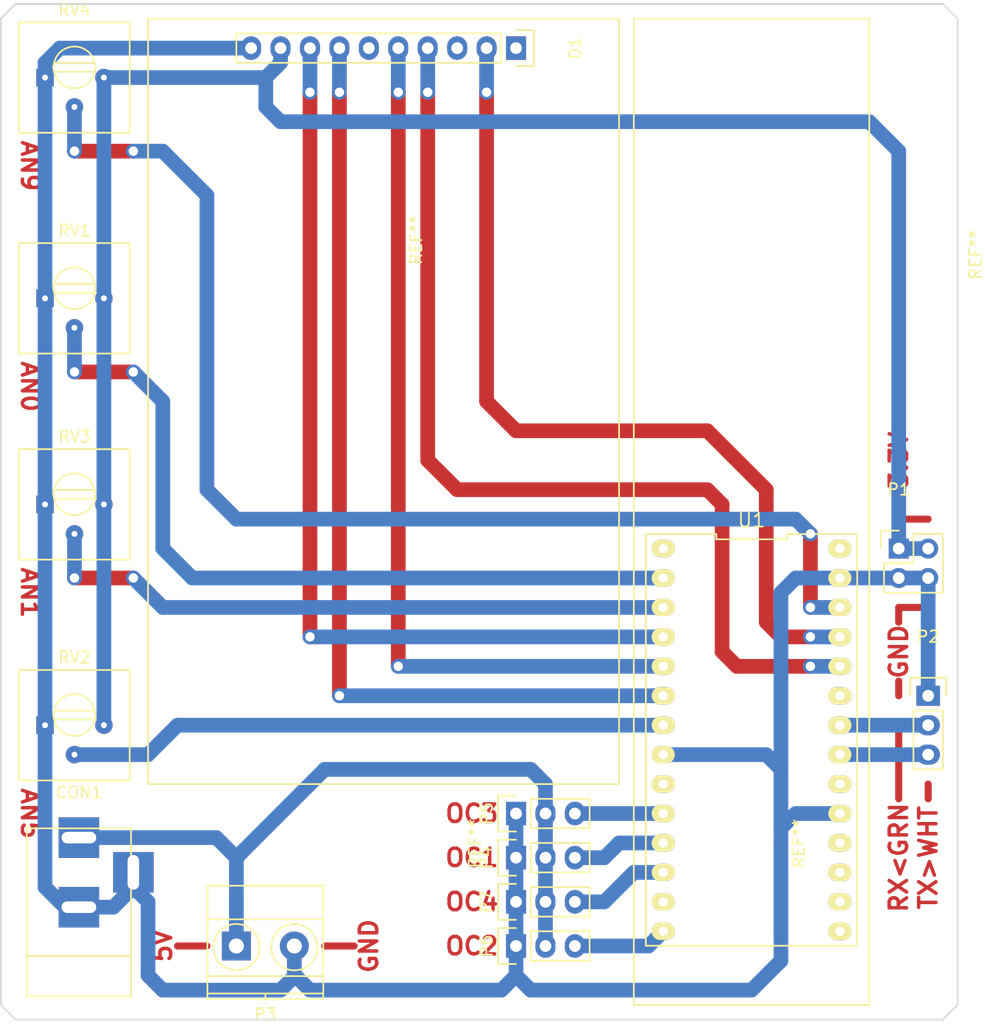
<source format=kicad_pcb>
(kicad_pcb (version 4) (host pcbnew 4.0.2-stable)

  (general
    (links 43)
    (no_connects 0)
    (area 92.11012 47.4366 178.034734 136.6214)
    (thickness 1.6)
    (drawings 22)
    (tracks 152)
    (zones 0)
    (modules 18)
    (nets 32)
  )

  (page USLetter)
  (layers
    (0 F.Cu signal)
    (31 B.Cu signal)
    (37 F.SilkS user)
    (44 Edge.Cuts user)
  )

  (setup
    (last_trace_width 0.4064)
    (user_trace_width 0.4064)
    (user_trace_width 0.6096)
    (user_trace_width 0.8128)
    (user_trace_width 1.27)
    (trace_clearance 0.4064)
    (zone_clearance 0.508)
    (zone_45_only no)
    (trace_min 0.4064)
    (segment_width 0.2)
    (edge_width 0.15)
    (via_size 1.27)
    (via_drill 0.8128)
    (via_min_size 1.27)
    (via_min_drill 0.8128)
    (user_via 1.27 0.8128)
    (uvia_size 0.3)
    (uvia_drill 0.1)
    (uvias_allowed no)
    (uvia_min_size 0.2)
    (uvia_min_drill 0.1)
    (pcb_text_width 0.3)
    (pcb_text_size 1.5 1.5)
    (mod_edge_width 0.15)
    (mod_text_size 1 1)
    (mod_text_width 0.15)
    (pad_size 1.524 1.524)
    (pad_drill 0.762)
    (pad_to_mask_clearance 0.2)
    (aux_axis_origin 0 0)
    (visible_elements 7FFFFFFF)
    (pcbplotparams
      (layerselection 0x01000_80000001)
      (usegerberextensions true)
      (excludeedgelayer true)
      (linewidth 0.100000)
      (plotframeref false)
      (viasonmask false)
      (mode 1)
      (useauxorigin false)
      (hpglpennumber 1)
      (hpglpenspeed 20)
      (hpglpendiameter 15)
      (hpglpenoverlay 2)
      (psnegative false)
      (psa4output false)
      (plotreference true)
      (plotvalue true)
      (plotinvisibletext false)
      (padsonsilk false)
      (subtractmaskfromsilk false)
      (outputformat 1)
      (mirror false)
      (drillshape 0)
      (scaleselection 1)
      (outputdirectory C:/Users/Peter/Desktop/))
  )

  (net 0 "")
  (net 1 +5V)
  (net 2 GND)
  (net 3 "Net-(D1-Pad1)")
  (net 4 /TFTSCK)
  (net 5 "Net-(D1-Pad3)")
  (net 6 /TFTMOSI)
  (net 7 /TFTCS)
  (net 8 "Net-(D1-Pad6)")
  (net 9 /TFTRST)
  (net 10 /TFTD/C)
  (net 11 +3V3)
  (net 12 /RX<GRN)
  (net 13 /TX>WHT)
  (net 14 /OC1)
  (net 15 /OC3)
  (net 16 /OC2)
  (net 17 /OC4)
  (net 18 /AN0)
  (net 19 /AN5)
  (net 20 /AN1)
  (net 21 /AN9)
  (net 22 "Net-(U1-Pad28)")
  (net 23 "Net-(U1-Pad1)")
  (net 24 "Net-(U1-Pad23)")
  (net 25 "Net-(U1-Pad20)")
  (net 26 "Net-(U1-Pad9)")
  (net 27 "Net-(U1-Pad18)")
  (net 28 "Net-(U1-Pad17)")
  (net 29 "Net-(U1-Pad16)")
  (net 30 "Net-(U1-Pad13)")
  (net 31 "Net-(U1-Pad15)")

  (net_class Default "This is the default net class."
    (clearance 0.4064)
    (trace_width 0.4064)
    (via_dia 1.27)
    (via_drill 0.8128)
    (uvia_dia 0.3)
    (uvia_drill 0.1)
    (add_net +3V3)
    (add_net +5V)
    (add_net /AN0)
    (add_net /AN1)
    (add_net /AN5)
    (add_net /AN9)
    (add_net /OC1)
    (add_net /OC2)
    (add_net /OC3)
    (add_net /OC4)
    (add_net /RX<GRN)
    (add_net /TFTCS)
    (add_net /TFTD/C)
    (add_net /TFTMOSI)
    (add_net /TFTRST)
    (add_net /TFTSCK)
    (add_net /TX>WHT)
    (add_net GND)
    (add_net "Net-(D1-Pad1)")
    (add_net "Net-(D1-Pad3)")
    (add_net "Net-(D1-Pad6)")
    (add_net "Net-(U1-Pad1)")
    (add_net "Net-(U1-Pad13)")
    (add_net "Net-(U1-Pad15)")
    (add_net "Net-(U1-Pad16)")
    (add_net "Net-(U1-Pad17)")
    (add_net "Net-(U1-Pad18)")
    (add_net "Net-(U1-Pad20)")
    (add_net "Net-(U1-Pad23)")
    (add_net "Net-(U1-Pad28)")
    (add_net "Net-(U1-Pad9)")
  )

  (module Connect:BARREL_JACK (layer F.Cu) (tedit 0) (tstamp 5844643F)
    (at 6.731 78.1304 90)
    (descr "DC Barrel Jack")
    (tags "Power Jack")
    (path /58445AFB)
    (fp_text reference CON1 (at 10.09904 0 180) (layer F.SilkS)
      (effects (font (size 1 1) (thickness 0.15)))
    )
    (fp_text value BARREL_JACK (at 0 -5.99948 90) (layer F.Fab)
      (effects (font (size 1 1) (thickness 0.15)))
    )
    (fp_line (start -4.0005 -4.50088) (end -4.0005 4.50088) (layer F.SilkS) (width 0.15))
    (fp_line (start -7.50062 -4.50088) (end -7.50062 4.50088) (layer F.SilkS) (width 0.15))
    (fp_line (start -7.50062 4.50088) (end 7.00024 4.50088) (layer F.SilkS) (width 0.15))
    (fp_line (start 7.00024 4.50088) (end 7.00024 -4.50088) (layer F.SilkS) (width 0.15))
    (fp_line (start 7.00024 -4.50088) (end -7.50062 -4.50088) (layer F.SilkS) (width 0.15))
    (pad 1 thru_hole rect (at 6.20014 0 90) (size 3.50012 3.50012) (drill oval 1.00076 2.99974) (layers *.Cu *.Mask)
      (net 1 +5V))
    (pad 2 thru_hole rect (at 0.20066 0 90) (size 3.50012 3.50012) (drill oval 1.00076 2.99974) (layers *.Cu *.Mask)
      (net 2 GND))
    (pad 3 thru_hole rect (at 3.2004 4.699 90) (size 3.50012 3.50012) (drill oval 2.99974 1.00076) (layers *.Cu *.Mask)
      (net 2 GND))
  )

  (module ece4760:AdafruitTFT (layer F.Cu) (tedit 0) (tstamp 5844645F)
    (at 44.45 3.81 270)
    (descr "Through hole pin header")
    (tags "pin header")
    (path /58445896)
    (fp_text reference D1 (at 0 -5.1 270) (layer F.SilkS)
      (effects (font (size 1 1) (thickness 0.15)))
    )
    (fp_text value AdafruitTFT (at 0 -3.1 270) (layer F.Fab)
      (effects (font (size 1 1) (thickness 0.15)))
    )
    (fp_line (start 63.5 31.75) (end 0 31.75) (layer F.SilkS) (width 0.15))
    (fp_line (start 63.5 -8.89) (end 63.5 31.75) (layer F.SilkS) (width 0.15))
    (fp_line (start 0 -8.89) (end 63.5 -8.89) (layer F.SilkS) (width 0.15))
    (fp_line (start -2.54 31.75) (end 0 31.75) (layer F.SilkS) (width 0.15))
    (fp_line (start -2.54 22.86) (end -2.54 31.75) (layer F.SilkS) (width 0.15))
    (fp_line (start -2.54 -8.89) (end -2.54 22.86) (layer F.SilkS) (width 0.15))
    (fp_line (start 0 -8.89) (end -2.54 -8.89) (layer F.SilkS) (width 0.15))
    (fp_line (start -1.75 -1.75) (end -1.75 24.65) (layer F.CrtYd) (width 0.05))
    (fp_line (start 1.75 -1.75) (end 1.75 24.65) (layer F.CrtYd) (width 0.05))
    (fp_line (start -1.75 -1.75) (end 1.75 -1.75) (layer F.CrtYd) (width 0.05))
    (fp_line (start -1.75 24.65) (end 1.75 24.65) (layer F.CrtYd) (width 0.05))
    (fp_line (start 1.27 1.27) (end 1.27 24.13) (layer F.SilkS) (width 0.15))
    (fp_line (start 1.27 24.13) (end -1.27 24.13) (layer F.SilkS) (width 0.15))
    (fp_line (start -1.27 24.13) (end -1.27 1.27) (layer F.SilkS) (width 0.15))
    (fp_line (start 1.55 -1.55) (end 1.55 0) (layer F.SilkS) (width 0.15))
    (fp_line (start 1.27 1.27) (end -1.27 1.27) (layer F.SilkS) (width 0.15))
    (fp_line (start -1.55 0) (end -1.55 -1.55) (layer F.SilkS) (width 0.15))
    (fp_line (start -1.55 -1.55) (end 1.55 -1.55) (layer F.SilkS) (width 0.15))
    (pad 1 thru_hole rect (at 0 0 270) (size 2.032 1.7272) (drill 1.016) (layers *.Cu *.Mask)
      (net 3 "Net-(D1-Pad1)"))
    (pad 2 thru_hole oval (at 0 2.54 270) (size 2.032 1.7272) (drill 1.016) (layers *.Cu *.Mask)
      (net 4 /TFTSCK))
    (pad 3 thru_hole oval (at 0 5.08 270) (size 2.032 1.7272) (drill 1.016) (layers *.Cu *.Mask)
      (net 5 "Net-(D1-Pad3)"))
    (pad 4 thru_hole oval (at 0 7.62 270) (size 2.032 1.7272) (drill 1.016) (layers *.Cu *.Mask)
      (net 6 /TFTMOSI))
    (pad 5 thru_hole oval (at 0 10.16 270) (size 2.032 1.7272) (drill 1.016) (layers *.Cu *.Mask)
      (net 7 /TFTCS))
    (pad 6 thru_hole oval (at 0 12.7 270) (size 2.032 1.7272) (drill 1.016) (layers *.Cu *.Mask)
      (net 8 "Net-(D1-Pad6)"))
    (pad 7 thru_hole oval (at 0 15.24 270) (size 2.032 1.7272) (drill 1.016) (layers *.Cu *.Mask)
      (net 9 /TFTRST))
    (pad 8 thru_hole oval (at 0 17.78 270) (size 2.032 1.7272) (drill 1.016) (layers *.Cu *.Mask)
      (net 10 /TFTD/C))
    (pad 9 thru_hole oval (at 0 20.32 270) (size 2.032 1.7272) (drill 1.016) (layers *.Cu *.Mask)
      (net 11 +3V3))
    (pad 10 thru_hole oval (at 0 22.86 270) (size 2.032 1.7272) (drill 1.016) (layers *.Cu *.Mask)
      (net 2 GND))
    (model Pin_Headers.3dshapes/Pin_Header_Straight_1x10.wrl
      (at (xyz 0 -0.45 0))
      (scale (xyz 1 1 1))
      (rotate (xyz 0 0 90))
    )
  )

  (module Pin_Headers:Pin_Header_Straight_2x02 (layer F.Cu) (tedit 0) (tstamp 58446473)
    (at 77.47 46.99)
    (descr "Through hole pin header")
    (tags "pin header")
    (path /5844592A)
    (fp_text reference P1 (at 0 -5.1) (layer F.SilkS)
      (effects (font (size 1 1) (thickness 0.15)))
    )
    (fp_text value PIC_PWR_IN (at 0 -3.1) (layer F.Fab)
      (effects (font (size 1 1) (thickness 0.15)))
    )
    (fp_line (start -1.75 -1.75) (end -1.75 4.3) (layer F.CrtYd) (width 0.05))
    (fp_line (start 4.3 -1.75) (end 4.3 4.3) (layer F.CrtYd) (width 0.05))
    (fp_line (start -1.75 -1.75) (end 4.3 -1.75) (layer F.CrtYd) (width 0.05))
    (fp_line (start -1.75 4.3) (end 4.3 4.3) (layer F.CrtYd) (width 0.05))
    (fp_line (start -1.55 0) (end -1.55 -1.55) (layer F.SilkS) (width 0.15))
    (fp_line (start 0 -1.55) (end -1.55 -1.55) (layer F.SilkS) (width 0.15))
    (fp_line (start -1.27 1.27) (end 1.27 1.27) (layer F.SilkS) (width 0.15))
    (fp_line (start 1.27 1.27) (end 1.27 -1.27) (layer F.SilkS) (width 0.15))
    (fp_line (start 1.27 -1.27) (end 3.81 -1.27) (layer F.SilkS) (width 0.15))
    (fp_line (start 3.81 -1.27) (end 3.81 3.81) (layer F.SilkS) (width 0.15))
    (fp_line (start 3.81 3.81) (end -1.27 3.81) (layer F.SilkS) (width 0.15))
    (fp_line (start -1.27 3.81) (end -1.27 1.27) (layer F.SilkS) (width 0.15))
    (pad 1 thru_hole rect (at 0 0) (size 1.7272 1.7272) (drill 1.016) (layers *.Cu *.Mask)
      (net 11 +3V3))
    (pad 2 thru_hole oval (at 2.54 0) (size 1.7272 1.7272) (drill 1.016) (layers *.Cu *.Mask)
      (net 11 +3V3))
    (pad 3 thru_hole oval (at 0 2.54) (size 1.7272 1.7272) (drill 1.016) (layers *.Cu *.Mask)
      (net 2 GND))
    (pad 4 thru_hole oval (at 2.54 2.54) (size 1.7272 1.7272) (drill 1.016) (layers *.Cu *.Mask)
      (net 2 GND))
    (model Pin_Headers.3dshapes/Pin_Header_Straight_2x02.wrl
      (at (xyz 0.05 -0.05 0))
      (scale (xyz 1 1 1))
      (rotate (xyz 0 0 90))
    )
  )

  (module Pin_Headers:Pin_Header_Straight_1x03 (layer F.Cu) (tedit 0) (tstamp 58446485)
    (at 80.01 59.69)
    (descr "Through hole pin header")
    (tags "pin header")
    (path /58445C53)
    (fp_text reference P2 (at 0 -5.1) (layer F.SilkS)
      (effects (font (size 1 1) (thickness 0.15)))
    )
    (fp_text value CONN_01X03 (at 0 -3.1) (layer F.Fab)
      (effects (font (size 1 1) (thickness 0.15)))
    )
    (fp_line (start -1.75 -1.75) (end -1.75 6.85) (layer F.CrtYd) (width 0.05))
    (fp_line (start 1.75 -1.75) (end 1.75 6.85) (layer F.CrtYd) (width 0.05))
    (fp_line (start -1.75 -1.75) (end 1.75 -1.75) (layer F.CrtYd) (width 0.05))
    (fp_line (start -1.75 6.85) (end 1.75 6.85) (layer F.CrtYd) (width 0.05))
    (fp_line (start -1.27 1.27) (end -1.27 6.35) (layer F.SilkS) (width 0.15))
    (fp_line (start -1.27 6.35) (end 1.27 6.35) (layer F.SilkS) (width 0.15))
    (fp_line (start 1.27 6.35) (end 1.27 1.27) (layer F.SilkS) (width 0.15))
    (fp_line (start 1.55 -1.55) (end 1.55 0) (layer F.SilkS) (width 0.15))
    (fp_line (start 1.27 1.27) (end -1.27 1.27) (layer F.SilkS) (width 0.15))
    (fp_line (start -1.55 0) (end -1.55 -1.55) (layer F.SilkS) (width 0.15))
    (fp_line (start -1.55 -1.55) (end 1.55 -1.55) (layer F.SilkS) (width 0.15))
    (pad 1 thru_hole rect (at 0 0) (size 2.032 1.7272) (drill 1.016) (layers *.Cu *.Mask)
      (net 2 GND))
    (pad 2 thru_hole oval (at 0 2.54) (size 2.032 1.7272) (drill 1.016) (layers *.Cu *.Mask)
      (net 12 /RX<GRN))
    (pad 3 thru_hole oval (at 0 5.08) (size 2.032 1.7272) (drill 1.016) (layers *.Cu *.Mask)
      (net 13 /TX>WHT))
    (model Pin_Headers.3dshapes/Pin_Header_Straight_1x03.wrl
      (at (xyz 0 -0.1 0))
      (scale (xyz 1 1 1))
      (rotate (xyz 0 0 90))
    )
  )

  (module Pin_Headers:Pin_Header_Straight_1x03 (layer F.Cu) (tedit 0) (tstamp 584464A8)
    (at 44.45 73.66 90)
    (descr "Through hole pin header")
    (tags "pin header")
    (path /58445BCC)
    (fp_text reference P4 (at 0 -2.54 90) (layer F.SilkS)
      (effects (font (size 1 1) (thickness 0.15)))
    )
    (fp_text value CONN_01X03 (at 0 -3.1 90) (layer F.Fab)
      (effects (font (size 1 1) (thickness 0.15)))
    )
    (fp_line (start -1.75 -1.75) (end -1.75 6.85) (layer F.CrtYd) (width 0.05))
    (fp_line (start 1.75 -1.75) (end 1.75 6.85) (layer F.CrtYd) (width 0.05))
    (fp_line (start -1.75 -1.75) (end 1.75 -1.75) (layer F.CrtYd) (width 0.05))
    (fp_line (start -1.75 6.85) (end 1.75 6.85) (layer F.CrtYd) (width 0.05))
    (fp_line (start -1.27 1.27) (end -1.27 6.35) (layer F.SilkS) (width 0.15))
    (fp_line (start -1.27 6.35) (end 1.27 6.35) (layer F.SilkS) (width 0.15))
    (fp_line (start 1.27 6.35) (end 1.27 1.27) (layer F.SilkS) (width 0.15))
    (fp_line (start 1.55 -1.55) (end 1.55 0) (layer F.SilkS) (width 0.15))
    (fp_line (start 1.27 1.27) (end -1.27 1.27) (layer F.SilkS) (width 0.15))
    (fp_line (start -1.55 0) (end -1.55 -1.55) (layer F.SilkS) (width 0.15))
    (fp_line (start -1.55 -1.55) (end 1.55 -1.55) (layer F.SilkS) (width 0.15))
    (pad 1 thru_hole rect (at 0 0 90) (size 2.032 1.7272) (drill 1.016) (layers *.Cu *.Mask)
      (net 2 GND))
    (pad 2 thru_hole oval (at 0 2.54 90) (size 2.032 1.7272) (drill 1.016) (layers *.Cu *.Mask)
      (net 1 +5V))
    (pad 3 thru_hole oval (at 0 5.08 90) (size 2.032 1.7272) (drill 1.016) (layers *.Cu *.Mask)
      (net 14 /OC1))
    (model Pin_Headers.3dshapes/Pin_Header_Straight_1x03.wrl
      (at (xyz 0 -0.1 0))
      (scale (xyz 1 1 1))
      (rotate (xyz 0 0 90))
    )
  )

  (module Pin_Headers:Pin_Header_Straight_1x03 (layer F.Cu) (tedit 0) (tstamp 584464BA)
    (at 44.45 69.85 90)
    (descr "Through hole pin header")
    (tags "pin header")
    (path /58447A32)
    (fp_text reference P5 (at 0 -2.54 90) (layer F.SilkS)
      (effects (font (size 1 1) (thickness 0.15)))
    )
    (fp_text value CONN_01X03 (at 0 -3.1 90) (layer F.Fab)
      (effects (font (size 1 1) (thickness 0.15)))
    )
    (fp_line (start -1.75 -1.75) (end -1.75 6.85) (layer F.CrtYd) (width 0.05))
    (fp_line (start 1.75 -1.75) (end 1.75 6.85) (layer F.CrtYd) (width 0.05))
    (fp_line (start -1.75 -1.75) (end 1.75 -1.75) (layer F.CrtYd) (width 0.05))
    (fp_line (start -1.75 6.85) (end 1.75 6.85) (layer F.CrtYd) (width 0.05))
    (fp_line (start -1.27 1.27) (end -1.27 6.35) (layer F.SilkS) (width 0.15))
    (fp_line (start -1.27 6.35) (end 1.27 6.35) (layer F.SilkS) (width 0.15))
    (fp_line (start 1.27 6.35) (end 1.27 1.27) (layer F.SilkS) (width 0.15))
    (fp_line (start 1.55 -1.55) (end 1.55 0) (layer F.SilkS) (width 0.15))
    (fp_line (start 1.27 1.27) (end -1.27 1.27) (layer F.SilkS) (width 0.15))
    (fp_line (start -1.55 0) (end -1.55 -1.55) (layer F.SilkS) (width 0.15))
    (fp_line (start -1.55 -1.55) (end 1.55 -1.55) (layer F.SilkS) (width 0.15))
    (pad 1 thru_hole rect (at 0 0 90) (size 2.032 1.7272) (drill 1.016) (layers *.Cu *.Mask)
      (net 2 GND))
    (pad 2 thru_hole oval (at 0 2.54 90) (size 2.032 1.7272) (drill 1.016) (layers *.Cu *.Mask)
      (net 1 +5V))
    (pad 3 thru_hole oval (at 0 5.08 90) (size 2.032 1.7272) (drill 1.016) (layers *.Cu *.Mask)
      (net 15 /OC3))
    (model Pin_Headers.3dshapes/Pin_Header_Straight_1x03.wrl
      (at (xyz 0 -0.1 0))
      (scale (xyz 1 1 1))
      (rotate (xyz 0 0 90))
    )
  )

  (module Pin_Headers:Pin_Header_Straight_1x03 (layer F.Cu) (tedit 0) (tstamp 584464CC)
    (at 44.45 81.28 90)
    (descr "Through hole pin header")
    (tags "pin header")
    (path /58445B42)
    (fp_text reference P6 (at 0 -2.54 90) (layer F.SilkS)
      (effects (font (size 1 1) (thickness 0.15)))
    )
    (fp_text value CONN_01X03 (at 0 -3.1 90) (layer F.Fab)
      (effects (font (size 1 1) (thickness 0.15)))
    )
    (fp_line (start -1.75 -1.75) (end -1.75 6.85) (layer F.CrtYd) (width 0.05))
    (fp_line (start 1.75 -1.75) (end 1.75 6.85) (layer F.CrtYd) (width 0.05))
    (fp_line (start -1.75 -1.75) (end 1.75 -1.75) (layer F.CrtYd) (width 0.05))
    (fp_line (start -1.75 6.85) (end 1.75 6.85) (layer F.CrtYd) (width 0.05))
    (fp_line (start -1.27 1.27) (end -1.27 6.35) (layer F.SilkS) (width 0.15))
    (fp_line (start -1.27 6.35) (end 1.27 6.35) (layer F.SilkS) (width 0.15))
    (fp_line (start 1.27 6.35) (end 1.27 1.27) (layer F.SilkS) (width 0.15))
    (fp_line (start 1.55 -1.55) (end 1.55 0) (layer F.SilkS) (width 0.15))
    (fp_line (start 1.27 1.27) (end -1.27 1.27) (layer F.SilkS) (width 0.15))
    (fp_line (start -1.55 0) (end -1.55 -1.55) (layer F.SilkS) (width 0.15))
    (fp_line (start -1.55 -1.55) (end 1.55 -1.55) (layer F.SilkS) (width 0.15))
    (pad 1 thru_hole rect (at 0 0 90) (size 2.032 1.7272) (drill 1.016) (layers *.Cu *.Mask)
      (net 2 GND))
    (pad 2 thru_hole oval (at 0 2.54 90) (size 2.032 1.7272) (drill 1.016) (layers *.Cu *.Mask)
      (net 1 +5V))
    (pad 3 thru_hole oval (at 0 5.08 90) (size 2.032 1.7272) (drill 1.016) (layers *.Cu *.Mask)
      (net 16 /OC2))
    (model Pin_Headers.3dshapes/Pin_Header_Straight_1x03.wrl
      (at (xyz 0 -0.1 0))
      (scale (xyz 1 1 1))
      (rotate (xyz 0 0 90))
    )
  )

  (module Pin_Headers:Pin_Header_Straight_1x03 (layer F.Cu) (tedit 0) (tstamp 584464DE)
    (at 44.45 77.47 90)
    (descr "Through hole pin header")
    (tags "pin header")
    (path /58445B96)
    (fp_text reference P7 (at 0 -2.54 90) (layer F.SilkS)
      (effects (font (size 1 1) (thickness 0.15)))
    )
    (fp_text value CONN_01X03 (at 0 -3.1 90) (layer F.Fab)
      (effects (font (size 1 1) (thickness 0.15)))
    )
    (fp_line (start -1.75 -1.75) (end -1.75 6.85) (layer F.CrtYd) (width 0.05))
    (fp_line (start 1.75 -1.75) (end 1.75 6.85) (layer F.CrtYd) (width 0.05))
    (fp_line (start -1.75 -1.75) (end 1.75 -1.75) (layer F.CrtYd) (width 0.05))
    (fp_line (start -1.75 6.85) (end 1.75 6.85) (layer F.CrtYd) (width 0.05))
    (fp_line (start -1.27 1.27) (end -1.27 6.35) (layer F.SilkS) (width 0.15))
    (fp_line (start -1.27 6.35) (end 1.27 6.35) (layer F.SilkS) (width 0.15))
    (fp_line (start 1.27 6.35) (end 1.27 1.27) (layer F.SilkS) (width 0.15))
    (fp_line (start 1.55 -1.55) (end 1.55 0) (layer F.SilkS) (width 0.15))
    (fp_line (start 1.27 1.27) (end -1.27 1.27) (layer F.SilkS) (width 0.15))
    (fp_line (start -1.55 0) (end -1.55 -1.55) (layer F.SilkS) (width 0.15))
    (fp_line (start -1.55 -1.55) (end 1.55 -1.55) (layer F.SilkS) (width 0.15))
    (pad 1 thru_hole rect (at 0 0 90) (size 2.032 1.7272) (drill 1.016) (layers *.Cu *.Mask)
      (net 2 GND))
    (pad 2 thru_hole oval (at 0 2.54 90) (size 2.032 1.7272) (drill 1.016) (layers *.Cu *.Mask)
      (net 1 +5V))
    (pad 3 thru_hole oval (at 0 5.08 90) (size 2.032 1.7272) (drill 1.016) (layers *.Cu *.Mask)
      (net 17 /OC4))
    (model Pin_Headers.3dshapes/Pin_Header_Straight_1x03.wrl
      (at (xyz 0 -0.1 0))
      (scale (xyz 1 1 1))
      (rotate (xyz 0 0 90))
    )
  )

  (module Potentiometers:Potentiometer_Trimmer-Suntan-TSR-3386P (layer F.Cu) (tedit 53F6A994) (tstamp 584464EC)
    (at 3.81 25.4)
    (path /58445A21)
    (fp_text reference RV1 (at 2.54 -5.842) (layer F.SilkS)
      (effects (font (size 1 1) (thickness 0.15)))
    )
    (fp_text value POT (at 2.54 6.096) (layer F.Fab)
      (effects (font (size 1 1) (thickness 0.15)))
    )
    (fp_line (start 0.84 -1.255) (end 4.24 -1.255) (layer F.SilkS) (width 0.15))
    (fp_line (start 0.84 -0.495) (end 4.24 -0.495) (layer F.SilkS) (width 0.15))
    (fp_line (start -2.225 -4.765) (end 7.305 -4.765) (layer F.SilkS) (width 0.15))
    (fp_line (start 7.305 -4.765) (end 7.305 4.765) (layer F.SilkS) (width 0.15))
    (fp_line (start 7.305 4.765) (end -2.225 4.765) (layer F.SilkS) (width 0.15))
    (fp_line (start -2.225 4.765) (end -2.225 -4.765) (layer F.SilkS) (width 0.15))
    (fp_circle (center 2.54 -0.875) (end 4.115 0) (layer F.SilkS) (width 0.15))
    (pad 3 thru_hole circle (at 5.08 0) (size 1.51 1.51) (drill 0.51) (layers *.Cu *.Mask)
      (net 11 +3V3))
    (pad 1 thru_hole rect (at 0 0) (size 1.51 1.51) (drill 0.51) (layers *.Cu *.Mask)
      (net 2 GND))
    (pad 2 thru_hole circle (at 2.54 2.54) (size 1.51 1.51) (drill 0.51) (layers *.Cu *.Mask)
      (net 18 /AN0))
  )

  (module Potentiometers:Potentiometer_Trimmer-Suntan-TSR-3386P (layer F.Cu) (tedit 53F6A994) (tstamp 584464FA)
    (at 3.81 62.23)
    (path /58445A70)
    (fp_text reference RV2 (at 2.54 -5.842) (layer F.SilkS)
      (effects (font (size 1 1) (thickness 0.15)))
    )
    (fp_text value POT (at 2.54 6.096) (layer F.Fab)
      (effects (font (size 1 1) (thickness 0.15)))
    )
    (fp_line (start 0.84 -1.255) (end 4.24 -1.255) (layer F.SilkS) (width 0.15))
    (fp_line (start 0.84 -0.495) (end 4.24 -0.495) (layer F.SilkS) (width 0.15))
    (fp_line (start -2.225 -4.765) (end 7.305 -4.765) (layer F.SilkS) (width 0.15))
    (fp_line (start 7.305 -4.765) (end 7.305 4.765) (layer F.SilkS) (width 0.15))
    (fp_line (start 7.305 4.765) (end -2.225 4.765) (layer F.SilkS) (width 0.15))
    (fp_line (start -2.225 4.765) (end -2.225 -4.765) (layer F.SilkS) (width 0.15))
    (fp_circle (center 2.54 -0.875) (end 4.115 0) (layer F.SilkS) (width 0.15))
    (pad 3 thru_hole circle (at 5.08 0) (size 1.51 1.51) (drill 0.51) (layers *.Cu *.Mask)
      (net 11 +3V3))
    (pad 1 thru_hole rect (at 0 0) (size 1.51 1.51) (drill 0.51) (layers *.Cu *.Mask)
      (net 2 GND))
    (pad 2 thru_hole circle (at 2.54 2.54) (size 1.51 1.51) (drill 0.51) (layers *.Cu *.Mask)
      (net 19 /AN5))
  )

  (module Potentiometers:Potentiometer_Trimmer-Suntan-TSR-3386P (layer F.Cu) (tedit 53F6A994) (tstamp 58446508)
    (at 3.81 43.18)
    (path /58445A99)
    (fp_text reference RV3 (at 2.54 -5.842) (layer F.SilkS)
      (effects (font (size 1 1) (thickness 0.15)))
    )
    (fp_text value POT (at 2.54 6.096) (layer F.Fab)
      (effects (font (size 1 1) (thickness 0.15)))
    )
    (fp_line (start 0.84 -1.255) (end 4.24 -1.255) (layer F.SilkS) (width 0.15))
    (fp_line (start 0.84 -0.495) (end 4.24 -0.495) (layer F.SilkS) (width 0.15))
    (fp_line (start -2.225 -4.765) (end 7.305 -4.765) (layer F.SilkS) (width 0.15))
    (fp_line (start 7.305 -4.765) (end 7.305 4.765) (layer F.SilkS) (width 0.15))
    (fp_line (start 7.305 4.765) (end -2.225 4.765) (layer F.SilkS) (width 0.15))
    (fp_line (start -2.225 4.765) (end -2.225 -4.765) (layer F.SilkS) (width 0.15))
    (fp_circle (center 2.54 -0.875) (end 4.115 0) (layer F.SilkS) (width 0.15))
    (pad 3 thru_hole circle (at 5.08 0) (size 1.51 1.51) (drill 0.51) (layers *.Cu *.Mask)
      (net 11 +3V3))
    (pad 1 thru_hole rect (at 0 0) (size 1.51 1.51) (drill 0.51) (layers *.Cu *.Mask)
      (net 2 GND))
    (pad 2 thru_hole circle (at 2.54 2.54) (size 1.51 1.51) (drill 0.51) (layers *.Cu *.Mask)
      (net 20 /AN1))
  )

  (module Potentiometers:Potentiometer_Trimmer-Suntan-TSR-3386P (layer F.Cu) (tedit 53F6A994) (tstamp 58446516)
    (at 3.81 6.35)
    (path /58445AC9)
    (fp_text reference RV4 (at 2.54 -5.842) (layer F.SilkS)
      (effects (font (size 1 1) (thickness 0.15)))
    )
    (fp_text value POT (at 2.54 6.096) (layer F.Fab)
      (effects (font (size 1 1) (thickness 0.15)))
    )
    (fp_line (start 0.84 -1.255) (end 4.24 -1.255) (layer F.SilkS) (width 0.15))
    (fp_line (start 0.84 -0.495) (end 4.24 -0.495) (layer F.SilkS) (width 0.15))
    (fp_line (start -2.225 -4.765) (end 7.305 -4.765) (layer F.SilkS) (width 0.15))
    (fp_line (start 7.305 -4.765) (end 7.305 4.765) (layer F.SilkS) (width 0.15))
    (fp_line (start 7.305 4.765) (end -2.225 4.765) (layer F.SilkS) (width 0.15))
    (fp_line (start -2.225 4.765) (end -2.225 -4.765) (layer F.SilkS) (width 0.15))
    (fp_circle (center 2.54 -0.875) (end 4.115 0) (layer F.SilkS) (width 0.15))
    (pad 3 thru_hole circle (at 5.08 0) (size 1.51 1.51) (drill 0.51) (layers *.Cu *.Mask)
      (net 11 +3V3))
    (pad 1 thru_hole rect (at 0 0) (size 1.51 1.51) (drill 0.51) (layers *.Cu *.Mask)
      (net 2 GND))
    (pad 2 thru_hole circle (at 2.54 2.54) (size 1.51 1.51) (drill 0.51) (layers *.Cu *.Mask)
      (net 21 /AN9))
  )

  (module ece4760:MicrostickII (layer F.Cu) (tedit 5823E65E) (tstamp 58446544)
    (at 64.77 63.5 270)
    (path /584458EF)
    (fp_text reference U1 (at -18.96 0 360) (layer F.SilkS)
      (effects (font (size 1.2 1.2) (thickness 0.15)))
    )
    (fp_text value MicrostickII (at 0 0 270) (layer F.Fab)
      (effects (font (size 1.2 1.2) (thickness 0.15)))
    )
    (fp_line (start 22.86 -10.16) (end -16.51 -10.16) (layer F.SilkS) (width 0.15))
    (fp_line (start 22.86 10.16) (end 22.86 -10.16) (layer F.SilkS) (width 0.15))
    (fp_line (start 16.51 10.16) (end 22.86 10.16) (layer F.SilkS) (width 0.15))
    (fp_line (start -62.23 10.16) (end 16.51 10.16) (layer F.SilkS) (width 0.15))
    (fp_line (start -62.23 -10.16) (end -62.23 10.16) (layer F.SilkS) (width 0.15))
    (fp_line (start -16.51 -10.16) (end -62.23 -10.16) (layer F.SilkS) (width 0.15))
    (fp_line (start -17.76 9.119999) (end 17.76 9.12) (layer F.SilkS) (width 0.15))
    (fp_line (start 17.76 9.12) (end 17.76 -9.119999) (layer F.SilkS) (width 0.15))
    (fp_line (start 17.76 -9.119999) (end -17.76 -9.12) (layer F.SilkS) (width 0.15))
    (fp_line (start -17.76 -9.12) (end -17.76 -3.04) (layer F.SilkS) (width 0.15))
    (fp_line (start -17.76 -3.04) (end -17.31 -3.04) (layer F.SilkS) (width 0.15))
    (fp_line (start -17.31 -3.04) (end -17.31 3.039999) (layer F.SilkS) (width 0.15))
    (fp_line (start -17.31 3.039999) (end -17.76 3.039999) (layer F.SilkS) (width 0.15))
    (fp_line (start -17.76 3.039999) (end -17.76 9.119999) (layer F.SilkS) (width 0.15))
    (pad 28 thru_hole oval (at -16.51 -7.62 270) (size 1.5 2) (drill 0.8) (layers *.Cu *.Mask F.SilkS)
      (net 22 "Net-(U1-Pad28)"))
    (pad 1 thru_hole oval (at -16.51 7.62 270) (size 1.5 2) (drill 0.8) (layers *.Cu *.Mask F.SilkS)
      (net 23 "Net-(U1-Pad1)"))
    (pad 27 thru_hole oval (at -13.97 -7.62 270) (size 1.5 2) (drill 0.8) (layers *.Cu *.Mask F.SilkS)
      (net 2 GND))
    (pad 2 thru_hole oval (at -13.97 7.62 270) (size 1.5 2) (drill 0.8) (layers *.Cu *.Mask F.SilkS)
      (net 18 /AN0))
    (pad 26 thru_hole oval (at -11.43 -7.62 270) (size 1.5 2) (drill 0.8) (layers *.Cu *.Mask F.SilkS)
      (net 21 /AN9))
    (pad 3 thru_hole oval (at -11.43 7.62 270) (size 1.5 2) (drill 0.8) (layers *.Cu *.Mask F.SilkS)
      (net 20 /AN1))
    (pad 25 thru_hole oval (at -8.89 -7.62 270) (size 1.5 2) (drill 0.8) (layers *.Cu *.Mask F.SilkS)
      (net 4 /TFTSCK))
    (pad 4 thru_hole oval (at -8.89 7.62 270) (size 1.5 2) (drill 0.8) (layers *.Cu *.Mask F.SilkS)
      (net 10 /TFTD/C))
    (pad 24 thru_hole oval (at -6.35 -7.62 270) (size 1.5 2) (drill 0.8) (layers *.Cu *.Mask F.SilkS)
      (net 6 /TFTMOSI))
    (pad 5 thru_hole oval (at -6.35 7.62 270) (size 1.5 2) (drill 0.8) (layers *.Cu *.Mask F.SilkS)
      (net 7 /TFTCS))
    (pad 23 thru_hole oval (at -3.81 -7.62 270) (size 1.5 2) (drill 0.8) (layers *.Cu *.Mask F.SilkS)
      (net 24 "Net-(U1-Pad23)"))
    (pad 6 thru_hole oval (at -3.81 7.62 270) (size 1.5 2) (drill 0.8) (layers *.Cu *.Mask F.SilkS)
      (net 9 /TFTRST))
    (pad 22 thru_hole oval (at -1.27 -7.62 270) (size 1.5 2) (drill 0.8) (layers *.Cu *.Mask F.SilkS)
      (net 12 /RX<GRN))
    (pad 7 thru_hole oval (at -1.27 7.62 270) (size 1.5 2) (drill 0.8) (layers *.Cu *.Mask F.SilkS)
      (net 19 /AN5))
    (pad 21 thru_hole oval (at 1.27 -7.62 270) (size 1.5 2) (drill 0.8) (layers *.Cu *.Mask F.SilkS)
      (net 13 /TX>WHT))
    (pad 8 thru_hole oval (at 1.27 7.62 270) (size 1.5 2) (drill 0.8) (layers *.Cu *.Mask F.SilkS)
      (net 2 GND))
    (pad 20 thru_hole oval (at 3.81 -7.62 270) (size 1.5 2) (drill 0.8) (layers *.Cu *.Mask F.SilkS)
      (net 25 "Net-(U1-Pad20)"))
    (pad 9 thru_hole oval (at 3.81 7.62 270) (size 1.5 2) (drill 0.8) (layers *.Cu *.Mask F.SilkS)
      (net 26 "Net-(U1-Pad9)"))
    (pad 19 thru_hole oval (at 6.35 -7.62 270) (size 1.5 2) (drill 0.8) (layers *.Cu *.Mask F.SilkS)
      (net 2 GND))
    (pad 10 thru_hole oval (at 6.35 7.62 270) (size 1.5 2) (drill 0.8) (layers *.Cu *.Mask F.SilkS)
      (net 15 /OC3))
    (pad 18 thru_hole oval (at 8.89 -7.62 270) (size 1.5 2) (drill 0.8) (layers *.Cu *.Mask F.SilkS)
      (net 27 "Net-(U1-Pad18)"))
    (pad 11 thru_hole oval (at 8.89 7.62 270) (size 1.5 2) (drill 0.8) (layers *.Cu *.Mask F.SilkS)
      (net 14 /OC1))
    (pad 17 thru_hole oval (at 11.43 -7.62 270) (size 1.5 2) (drill 0.8) (layers *.Cu *.Mask F.SilkS)
      (net 28 "Net-(U1-Pad17)"))
    (pad 12 thru_hole oval (at 11.43 7.62 270) (size 1.5 2) (drill 0.8) (layers *.Cu *.Mask F.SilkS)
      (net 17 /OC4))
    (pad 16 thru_hole oval (at 13.97 -7.62 270) (size 1.5 2) (drill 0.8) (layers *.Cu *.Mask F.SilkS)
      (net 29 "Net-(U1-Pad16)"))
    (pad 13 thru_hole oval (at 13.97 7.62 270) (size 1.5 2) (drill 0.8) (layers *.Cu *.Mask F.SilkS)
      (net 30 "Net-(U1-Pad13)"))
    (pad 15 thru_hole oval (at 16.51 -7.62 270) (size 1.5 2) (drill 0.8) (layers *.Cu *.Mask F.SilkS)
      (net 31 "Net-(U1-Pad15)"))
    (pad 14 thru_hole oval (at 16.51 7.62 270) (size 1.5 2) (drill 0.8) (layers *.Cu *.Mask F.SilkS)
      (net 16 /OC2))
  )

  (module Terminal_Blocks:TerminalBlock_Pheonix_MKDS1.5-2pol (layer F.Cu) (tedit 563007E4) (tstamp 58446940)
    (at 20.32 81.28)
    (descr "2-way 5mm pitch terminal block, Phoenix MKDS series")
    (path /58445CC1)
    (fp_text reference P3 (at 2.5 5.9) (layer F.SilkS)
      (effects (font (size 1 1) (thickness 0.15)))
    )
    (fp_text value CONN_01X02 (at 2.5 -6.6) (layer F.Fab)
      (effects (font (size 1 1) (thickness 0.15)))
    )
    (fp_line (start -2.7 -5.4) (end 7.7 -5.4) (layer F.CrtYd) (width 0.05))
    (fp_line (start -2.7 4.8) (end -2.7 -5.4) (layer F.CrtYd) (width 0.05))
    (fp_line (start 7.7 4.8) (end -2.7 4.8) (layer F.CrtYd) (width 0.05))
    (fp_line (start 7.7 -5.4) (end 7.7 4.8) (layer F.CrtYd) (width 0.05))
    (fp_line (start 2.5 4.1) (end 2.5 4.6) (layer F.SilkS) (width 0.15))
    (fp_circle (center 5 0.1) (end 3 0.1) (layer F.SilkS) (width 0.15))
    (fp_circle (center 0 0.1) (end 2 0.1) (layer F.SilkS) (width 0.15))
    (fp_line (start -2.5 2.6) (end 7.5 2.6) (layer F.SilkS) (width 0.15))
    (fp_line (start -2.5 -2.3) (end 7.5 -2.3) (layer F.SilkS) (width 0.15))
    (fp_line (start -2.5 4.1) (end 7.5 4.1) (layer F.SilkS) (width 0.15))
    (fp_line (start -2.5 4.6) (end 7.5 4.6) (layer F.SilkS) (width 0.15))
    (fp_line (start 7.5 4.6) (end 7.5 -5.2) (layer F.SilkS) (width 0.15))
    (fp_line (start 7.5 -5.2) (end -2.5 -5.2) (layer F.SilkS) (width 0.15))
    (fp_line (start -2.5 -5.2) (end -2.5 4.6) (layer F.SilkS) (width 0.15))
    (pad 1 thru_hole rect (at 0 0) (size 2.5 2.5) (drill 1.3) (layers *.Cu *.Mask)
      (net 1 +5V))
    (pad 2 thru_hole circle (at 5 0) (size 2.5 2.5) (drill 1.3) (layers *.Cu *.Mask)
      (net 2 GND))
    (model Terminal_Blocks.3dshapes/TerminalBlock_Pheonix_MKDS1.5-2pol.wrl
      (at (xyz 0.0984 0 0))
      (scale (xyz 1 1 1))
      (rotate (xyz 0 0 0))
    )
  )

  (module Mounting_Holes:MountingHole_3mm (layer F.Cu) (tedit 56D1B4CB) (tstamp 58447FDA)
    (at 36.90704 72.437762 270)
    (descr "Mounting Hole 3mm, no annular")
    (tags "mounting hole 3mm no annular")
    (fp_text reference REF** (at 0 -4 270) (layer F.SilkS)
      (effects (font (size 1 1) (thickness 0.15)))
    )
    (fp_text value MountingHole_3mm (at 0 4 270) (layer F.Fab)
      (effects (font (size 1 1) (thickness 0.15)))
    )
    (fp_circle (center 0 0) (end 3 0) (layer Cmts.User) (width 0.15))
    (fp_circle (center 0 0) (end 3.25 0) (layer F.CrtYd) (width 0.05))
    (pad 1 np_thru_hole circle (at 0 0 270) (size 3 3) (drill 3) (layers *.Cu *.Mask))
  )

  (module Mounting_Holes:MountingHole_3mm (layer F.Cu) (tedit 56D1B4CB) (tstamp 58447FF4)
    (at 80.08704 21.637762 270)
    (descr "Mounting Hole 3mm, no annular")
    (tags "mounting hole 3mm no annular")
    (fp_text reference REF** (at 0 -4 270) (layer F.SilkS)
      (effects (font (size 1 1) (thickness 0.15)))
    )
    (fp_text value MountingHole_3mm (at 0 4 270) (layer F.Fab)
      (effects (font (size 1 1) (thickness 0.15)))
    )
    (fp_circle (center 0 0) (end 3 0) (layer Cmts.User) (width 0.15))
    (fp_circle (center 0 0) (end 3.25 0) (layer F.CrtYd) (width 0.05))
    (pad 1 np_thru_hole circle (at 0 0 270) (size 3 3) (drill 3) (layers *.Cu *.Mask))
  )

  (module Mounting_Holes:MountingHole_3mm (layer F.Cu) (tedit 56D1B4CB) (tstamp 58447FF6)
    (at 31.82704 20.367762 270)
    (descr "Mounting Hole 3mm, no annular")
    (tags "mounting hole 3mm no annular")
    (fp_text reference REF** (at 0 -4 270) (layer F.SilkS)
      (effects (font (size 1 1) (thickness 0.15)))
    )
    (fp_text value MountingHole_3mm (at 0 4 270) (layer F.Fab)
      (effects (font (size 1 1) (thickness 0.15)))
    )
    (fp_circle (center 0 0) (end 3 0) (layer Cmts.User) (width 0.15))
    (fp_circle (center 0 0) (end 3.25 0) (layer F.CrtYd) (width 0.05))
    (pad 1 np_thru_hole circle (at 0 0 270) (size 3 3) (drill 3) (layers *.Cu *.Mask))
  )

  (module Mounting_Holes:MountingHole_3mm (layer F.Cu) (tedit 56D1B4CB) (tstamp 58447FF8)
    (at 64.84704 72.437762 270)
    (descr "Mounting Hole 3mm, no annular")
    (tags "mounting hole 3mm no annular")
    (fp_text reference REF** (at 0 -4 270) (layer F.SilkS)
      (effects (font (size 1 1) (thickness 0.15)))
    )
    (fp_text value MountingHole_3mm (at 0 4 270) (layer F.Fab)
      (effects (font (size 1 1) (thickness 0.15)))
    )
    (fp_circle (center 0 0) (end 3 0) (layer Cmts.User) (width 0.15))
    (fp_circle (center 0 0) (end 3.25 0) (layer F.CrtYd) (width 0.05))
    (pad 1 np_thru_hole circle (at 0 0 270) (size 3 3) (drill 3) (layers *.Cu *.Mask))
  )

  (gr_text AN5 (at 2.54 69.85 270) (layer F.Cu)
    (effects (font (size 1.5 1.5) (thickness 0.3)))
  )
  (gr_text AN1 (at 2.54 50.8 270) (layer F.Cu)
    (effects (font (size 1.5 1.5) (thickness 0.3)))
  )
  (gr_text AN0 (at 2.54 33.02 270) (layer F.Cu)
    (effects (font (size 1.5 1.5) (thickness 0.3)))
  )
  (gr_text AN9 (at 2.54 13.97 270) (layer F.Cu)
    (effects (font (size 1.5 1.5) (thickness 0.3)))
  )
  (gr_text OC2 (at 40.64 81.28) (layer F.Cu)
    (effects (font (size 1.5 1.5) (thickness 0.3)))
  )
  (gr_text OC4 (at 40.64 77.47) (layer F.Cu)
    (effects (font (size 1.5 1.5) (thickness 0.3)))
  )
  (gr_text OC1 (at 40.64 73.66) (layer F.Cu)
    (effects (font (size 1.5 1.5) (thickness 0.3)))
  )
  (gr_text OC3 (at 40.64 69.85) (layer F.Cu)
    (effects (font (size 1.5 1.5) (thickness 0.3)))
  )
  (gr_text 5V (at 13.97 81.28 90) (layer F.Cu)
    (effects (font (size 1.5 1.5) (thickness 0.3)))
  )
  (gr_text GND (at 31.75 81.28 90) (layer F.Cu)
    (effects (font (size 1.5 1.5) (thickness 0.3)))
  )
  (gr_text 3.3V (at 77.47 39.37 90) (layer F.Cu)
    (effects (font (size 1.5 1.5) (thickness 0.3)))
  )
  (gr_text GND (at 77.47 55.88 90) (layer F.Cu)
    (effects (font (size 1.5 1.5) (thickness 0.3)))
  )
  (gr_text RX<GRN (at 77.47 73.66 90) (layer F.Cu)
    (effects (font (size 1.5 1.5) (thickness 0.3)))
  )
  (gr_text TX>WHT (at 80.01 73.66 90) (layer F.Cu)
    (effects (font (size 1.5 1.5) (thickness 0.3)))
  )
  (gr_line (start 81.28 0) (end 1.27 0) (layer Edge.Cuts) (width 0.15))
  (gr_line (start 82.55 1.27) (end 81.28 0) (layer Edge.Cuts) (width 0.15))
  (gr_line (start 82.55 86.36) (end 82.55 1.27) (layer Edge.Cuts) (width 0.15))
  (gr_line (start 81.28 87.63) (end 82.55 86.36) (layer Edge.Cuts) (width 0.15))
  (gr_line (start 1.27 87.63) (end 81.28 87.63) (layer Edge.Cuts) (width 0.15))
  (gr_line (start 0 86.36) (end 1.27 87.63) (layer Edge.Cuts) (width 0.15))
  (gr_line (start 0 1.27) (end 0 86.36) (layer Edge.Cuts) (width 0.15))
  (gr_line (start 1.27 0) (end 0 1.27) (layer Edge.Cuts) (width 0.15))

  (segment (start 15.24 81.28) (end 17.78 81.28) (width 0.6096) (layer F.Cu) (net 0))
  (segment (start 30.48 81.28) (end 27.94 81.28) (width 0.6096) (layer F.Cu) (net 0))
  (segment (start 77.47 44.45) (end 77.47 43.18) (width 0.6096) (layer F.Cu) (net 0))
  (segment (start 80.01 44.45) (end 77.47 44.45) (width 0.6096) (layer F.Cu) (net 0))
  (segment (start 77.47 52.07) (end 80.01 52.07) (width 0.6096) (layer F.Cu) (net 0))
  (segment (start 77.47 59.69) (end 77.47 58.42) (width 0.6096) (layer F.Cu) (net 0))
  (segment (start 77.47 52.07) (end 77.47 53.34) (width 0.6096) (layer F.Cu) (net 0))
  (segment (start 77.47 68.58) (end 77.47 62.23) (width 0.6096) (layer F.Cu) (net 0))
  (segment (start 80.01 68.58) (end 80.01 67.31) (width 0.6096) (layer F.Cu) (net 0))
  (segment (start 45.72 66.04) (end 46.99 67.31) (width 1.27) (layer B.Cu) (net 1))
  (segment (start 46.99 67.31) (end 46.99 69.85) (width 1.27) (layer B.Cu) (net 1))
  (segment (start 27.94 66.04) (end 45.72 66.04) (width 1.27) (layer B.Cu) (net 1))
  (segment (start 20.32 73.66) (end 27.94 66.04) (width 1.27) (layer B.Cu) (net 1))
  (segment (start 46.99 77.47) (end 46.99 81.28) (width 1.27) (layer B.Cu) (net 1))
  (segment (start 46.99 73.66) (end 46.99 77.47) (width 1.27) (layer B.Cu) (net 1))
  (segment (start 46.99 69.85) (end 46.99 73.66) (width 1.27) (layer B.Cu) (net 1))
  (segment (start 18.59026 71.93026) (end 20.32 73.66) (width 1.27) (layer B.Cu) (net 1))
  (segment (start 20.32 73.66) (end 20.32 81.28) (width 1.27) (layer B.Cu) (net 1))
  (segment (start 6.731 71.93026) (end 18.59026 71.93026) (width 1.27) (layer B.Cu) (net 1))
  (segment (start 44.45 83.82) (end 45.72 85.09) (width 1.27) (layer B.Cu) (net 2))
  (segment (start 45.72 85.09) (end 64.77 85.09) (width 1.27) (layer B.Cu) (net 2))
  (segment (start 64.77 85.09) (end 67.31 82.55) (width 1.27) (layer B.Cu) (net 2))
  (segment (start 67.31 82.55) (end 67.31 80.01) (width 1.27) (layer B.Cu) (net 2))
  (segment (start 67.31 80.01) (end 67.31 71.12) (width 1.27) (layer B.Cu) (net 2))
  (segment (start 43.18 85.09) (end 44.45 83.82) (width 1.27) (layer B.Cu) (net 2))
  (segment (start 44.45 83.82) (end 44.45 81.28) (width 1.27) (layer B.Cu) (net 2))
  (segment (start 26.67 85.09) (end 43.18 85.09) (width 1.27) (layer B.Cu) (net 2))
  (segment (start 25.48 83.9) (end 26.67 85.09) (width 1.27) (layer B.Cu) (net 2))
  (segment (start 25.32 83.9) (end 25.48 83.9) (width 1.27) (layer B.Cu) (net 2))
  (segment (start 25.32 81.28) (end 25.32 83.9) (width 1.27) (layer B.Cu) (net 2))
  (segment (start 11.43 76.2) (end 12.7 77.47) (width 1.27) (layer B.Cu) (net 2))
  (segment (start 12.7 77.47) (end 12.7 83.82) (width 1.27) (layer B.Cu) (net 2))
  (segment (start 13.97 85.09) (end 24.13 85.09) (width 1.27) (layer B.Cu) (net 2))
  (segment (start 12.7 83.82) (end 13.97 85.09) (width 1.27) (layer B.Cu) (net 2))
  (segment (start 24.13 85.09) (end 25.32 83.9) (width 1.27) (layer B.Cu) (net 2))
  (segment (start 68.58 49.53) (end 72.39 49.53) (width 1.27) (layer B.Cu) (net 2))
  (segment (start 67.31 50.8) (end 68.58 49.53) (width 1.27) (layer B.Cu) (net 2))
  (segment (start 67.31 66.04) (end 67.31 50.8) (width 1.27) (layer B.Cu) (net 2))
  (segment (start 66.04 64.77) (end 57.15 64.77) (width 1.27) (layer B.Cu) (net 2))
  (segment (start 67.31 66.04) (end 66.04 64.77) (width 1.27) (layer B.Cu) (net 2))
  (segment (start 67.31 71.12) (end 67.31 66.04) (width 1.27) (layer B.Cu) (net 2))
  (segment (start 68.58 69.85) (end 72.39 69.85) (width 1.27) (layer B.Cu) (net 2))
  (segment (start 67.31 71.12) (end 68.58 69.85) (width 1.27) (layer B.Cu) (net 2))
  (segment (start 44.45 73.66) (end 44.45 69.85) (width 1.27) (layer B.Cu) (net 2))
  (segment (start 44.45 77.47) (end 44.45 73.66) (width 1.27) (layer B.Cu) (net 2))
  (segment (start 44.45 81.28) (end 44.45 77.47) (width 1.27) (layer B.Cu) (net 2))
  (segment (start 80.01 49.53) (end 80.01 59.69) (width 1.27) (layer B.Cu) (net 2))
  (segment (start 77.47 49.53) (end 80.01 49.53) (width 1.27) (layer B.Cu) (net 2))
  (segment (start 72.39 49.53) (end 77.47 49.53) (width 1.27) (layer B.Cu) (net 2))
  (segment (start 9.70026 77.92974) (end 11.43 76.2) (width 1.27) (layer B.Cu) (net 2))
  (segment (start 11.43 76.2) (end 11.43 74.93) (width 1.27) (layer B.Cu) (net 2))
  (segment (start 6.731 77.92974) (end 9.70026 77.92974) (width 1.27) (layer B.Cu) (net 2))
  (segment (start 3.81 76.2) (end 5.53974 77.92974) (width 1.27) (layer B.Cu) (net 2))
  (segment (start 5.53974 77.92974) (end 6.731 77.92974) (width 1.27) (layer B.Cu) (net 2))
  (segment (start 3.81 62.23) (end 3.81 76.2) (width 1.27) (layer B.Cu) (net 2))
  (segment (start 3.81 43.18) (end 3.81 62.23) (width 1.27) (layer B.Cu) (net 2))
  (segment (start 3.81 25.4) (end 3.81 43.18) (width 1.27) (layer B.Cu) (net 2))
  (segment (start 3.81 6.35) (end 3.81 25.4) (width 1.27) (layer B.Cu) (net 2))
  (segment (start 3.81 5.08) (end 5.08 3.81) (width 1.27) (layer B.Cu) (net 2))
  (segment (start 5.08 3.81) (end 21.59 3.81) (width 1.27) (layer B.Cu) (net 2))
  (segment (start 3.81 6.35) (end 3.81 5.08) (width 1.27) (layer B.Cu) (net 2))
  (segment (start 69.85 54.61) (end 67.31 54.61) (width 1.27) (layer F.Cu) (net 4))
  (segment (start 60.96 36.83) (end 44.45 36.83) (width 1.27) (layer F.Cu) (net 4))
  (segment (start 67.31 54.61) (end 66.04 53.34) (width 1.27) (layer F.Cu) (net 4))
  (segment (start 66.04 53.34) (end 66.04 41.91) (width 1.27) (layer F.Cu) (net 4))
  (segment (start 66.04 41.91) (end 60.96 36.83) (width 1.27) (layer F.Cu) (net 4))
  (segment (start 44.45 36.83) (end 41.91 34.29) (width 1.27) (layer F.Cu) (net 4))
  (segment (start 41.91 34.29) (end 41.91 7.62) (width 1.27) (layer F.Cu) (net 4))
  (segment (start 41.91 3.81) (end 41.91 7.62) (width 1.27) (layer B.Cu) (net 4))
  (via (at 41.91 7.62) (size 1.27) (drill 0.8128) (layers F.Cu B.Cu) (net 4))
  (segment (start 72.39 54.61) (end 69.85 54.61) (width 1.27) (layer B.Cu) (net 4))
  (via (at 69.85 54.61) (size 1.27) (drill 0.8128) (layers F.Cu B.Cu) (net 4))
  (segment (start 36.83 7.62) (end 36.83 39.37) (width 1.27) (layer F.Cu) (net 6))
  (segment (start 36.83 39.37) (end 39.37 41.91) (width 1.27) (layer F.Cu) (net 6))
  (segment (start 39.37 41.91) (end 60.96 41.91) (width 1.27) (layer F.Cu) (net 6))
  (segment (start 62.23 43.18) (end 62.23 55.88) (width 1.27) (layer F.Cu) (net 6))
  (segment (start 60.96 41.91) (end 62.23 43.18) (width 1.27) (layer F.Cu) (net 6))
  (segment (start 62.23 55.88) (end 63.5 57.15) (width 1.27) (layer F.Cu) (net 6))
  (segment (start 63.5 57.15) (end 69.85 57.15) (width 1.27) (layer F.Cu) (net 6))
  (segment (start 36.83 3.81) (end 36.83 7.62) (width 1.27) (layer B.Cu) (net 6))
  (via (at 36.83 7.62) (size 1.27) (drill 0.8128) (layers F.Cu B.Cu) (net 6))
  (segment (start 72.39 57.15) (end 69.85 57.15) (width 1.27) (layer B.Cu) (net 6))
  (via (at 69.85 57.15) (size 1.27) (drill 0.8128) (layers F.Cu B.Cu) (net 6))
  (segment (start 34.29 57.15) (end 34.29 7.62) (width 1.27) (layer F.Cu) (net 7))
  (via (at 34.29 57.15) (size 1.27) (drill 0.8128) (layers F.Cu B.Cu) (net 7))
  (segment (start 57.15 57.15) (end 34.29 57.15) (width 1.27) (layer B.Cu) (net 7))
  (segment (start 34.29 3.81) (end 34.29 7.62) (width 1.27) (layer B.Cu) (net 7))
  (via (at 34.29 7.62) (size 1.27) (drill 0.8128) (layers F.Cu B.Cu) (net 7))
  (segment (start 29.21 59.69) (end 29.21 7.62) (width 1.27) (layer F.Cu) (net 9))
  (segment (start 57.15 59.69) (end 29.21 59.69) (width 1.27) (layer B.Cu) (net 9))
  (via (at 29.21 59.69) (size 1.27) (drill 0.8128) (layers F.Cu B.Cu) (net 9))
  (segment (start 29.21 3.81) (end 29.21 7.62) (width 1.27) (layer B.Cu) (net 9))
  (via (at 29.21 7.62) (size 1.27) (drill 0.8128) (layers F.Cu B.Cu) (net 9))
  (segment (start 26.67 54.61) (end 26.67 7.62) (width 1.27) (layer F.Cu) (net 10))
  (segment (start 57.15 54.61) (end 26.67 54.61) (width 1.27) (layer B.Cu) (net 10))
  (via (at 26.67 54.61) (size 1.27) (drill 0.8128) (layers F.Cu B.Cu) (net 10))
  (segment (start 26.67 3.81) (end 26.67 7.62) (width 1.27) (layer B.Cu) (net 10))
  (via (at 26.67 7.62) (size 1.27) (drill 0.8128) (layers F.Cu B.Cu) (net 10))
  (segment (start 77.47 12.7) (end 77.47 46.99) (width 1.27) (layer B.Cu) (net 11))
  (segment (start 74.93 10.16) (end 77.47 12.7) (width 1.27) (layer B.Cu) (net 11))
  (segment (start 24.13 10.16) (end 74.93 10.16) (width 1.27) (layer B.Cu) (net 11))
  (segment (start 22.86 8.89) (end 24.13 10.16) (width 1.27) (layer B.Cu) (net 11))
  (segment (start 22.86 6.35) (end 22.86 8.89) (width 1.27) (layer B.Cu) (net 11))
  (segment (start 24.13 3.81) (end 24.13 5.08) (width 1.27) (layer B.Cu) (net 11))
  (segment (start 24.13 5.08) (end 22.86 6.35) (width 1.27) (layer B.Cu) (net 11))
  (segment (start 77.47 46.99) (end 80.01 46.99) (width 1.27) (layer B.Cu) (net 11))
  (segment (start 8.89 25.4) (end 8.89 6.35) (width 1.27) (layer B.Cu) (net 11))
  (segment (start 8.89 43.18) (end 8.89 25.4) (width 1.27) (layer B.Cu) (net 11))
  (segment (start 8.89 62.23) (end 8.89 43.18) (width 1.27) (layer B.Cu) (net 11))
  (segment (start 8.89 6.35) (end 22.86 6.35) (width 1.27) (layer B.Cu) (net 11))
  (segment (start 72.39 62.23) (end 80.01 62.23) (width 1.27) (layer B.Cu) (net 12))
  (segment (start 80.01 64.77) (end 72.39 64.77) (width 1.27) (layer B.Cu) (net 13))
  (segment (start 52.07 73.66) (end 53.34 72.39) (width 1.27) (layer B.Cu) (net 14))
  (segment (start 53.34 72.39) (end 57.15 72.39) (width 1.27) (layer B.Cu) (net 14))
  (segment (start 49.53 73.66) (end 52.07 73.66) (width 1.27) (layer B.Cu) (net 14))
  (segment (start 49.53 69.85) (end 57.15 69.85) (width 1.27) (layer B.Cu) (net 15))
  (segment (start 49.53 81.28) (end 55.88 81.28) (width 1.27) (layer B.Cu) (net 16))
  (segment (start 55.88 81.28) (end 57.15 80.01) (width 1.27) (layer B.Cu) (net 16))
  (segment (start 52.07 77.47) (end 54.61 74.93) (width 1.27) (layer B.Cu) (net 17))
  (segment (start 54.61 74.93) (end 57.15 74.93) (width 1.27) (layer B.Cu) (net 17))
  (segment (start 49.53 77.47) (end 52.07 77.47) (width 1.27) (layer B.Cu) (net 17))
  (segment (start 11.43 31.75) (end 6.35 31.75) (width 1.27) (layer F.Cu) (net 18))
  (segment (start 13.97 46.99) (end 13.97 34.29) (width 1.27) (layer B.Cu) (net 18))
  (segment (start 13.97 34.29) (end 11.43 31.75) (width 1.27) (layer B.Cu) (net 18))
  (via (at 11.43 31.75) (size 1.27) (drill 0.8128) (layers F.Cu B.Cu) (net 18))
  (segment (start 16.51 49.53) (end 13.97 46.99) (width 1.27) (layer B.Cu) (net 18))
  (segment (start 57.15 49.53) (end 16.51 49.53) (width 1.27) (layer B.Cu) (net 18))
  (segment (start 6.35 27.94) (end 6.35 31.75) (width 1.27) (layer B.Cu) (net 18))
  (via (at 6.35 31.75) (size 1.27) (drill 0.8128) (layers F.Cu B.Cu) (net 18))
  (segment (start 12.7 64.77) (end 15.24 62.23) (width 1.27) (layer B.Cu) (net 19))
  (segment (start 15.24 62.23) (end 57.15 62.23) (width 1.27) (layer B.Cu) (net 19))
  (segment (start 6.35 64.77) (end 12.7 64.77) (width 1.27) (layer B.Cu) (net 19))
  (segment (start 11.43 49.53) (end 6.35 49.53) (width 1.27) (layer F.Cu) (net 20))
  (segment (start 57.15 52.07) (end 13.97 52.07) (width 1.27) (layer B.Cu) (net 20))
  (segment (start 13.97 52.07) (end 11.43 49.53) (width 1.27) (layer B.Cu) (net 20))
  (via (at 11.43 49.53) (size 1.27) (drill 0.8128) (layers F.Cu B.Cu) (net 20))
  (segment (start 6.35 45.72) (end 6.35 49.53) (width 1.27) (layer B.Cu) (net 20))
  (via (at 6.35 49.53) (size 1.27) (drill 0.8128) (layers F.Cu B.Cu) (net 20))
  (segment (start 69.85 52.07) (end 72.39 52.07) (width 1.27) (layer B.Cu) (net 21))
  (segment (start 69.85 45.72) (end 69.85 52.07) (width 1.27) (layer F.Cu) (net 21))
  (via (at 69.85 52.07) (size 1.27) (drill 0.8128) (layers F.Cu B.Cu) (net 21))
  (segment (start 20.32 44.45) (end 68.58 44.45) (width 1.27) (layer B.Cu) (net 21))
  (segment (start 68.58 44.45) (end 69.85 45.72) (width 1.27) (layer B.Cu) (net 21))
  (via (at 69.85 45.72) (size 1.27) (drill 0.8128) (layers F.Cu B.Cu) (net 21))
  (segment (start 17.78 41.91) (end 20.32 44.45) (width 1.27) (layer B.Cu) (net 21))
  (segment (start 17.78 16.51) (end 17.78 41.91) (width 1.27) (layer B.Cu) (net 21))
  (segment (start 13.97 12.7) (end 17.78 16.51) (width 1.27) (layer B.Cu) (net 21))
  (segment (start 11.43 12.7) (end 13.97 12.7) (width 1.27) (layer B.Cu) (net 21))
  (segment (start 6.35 12.7) (end 11.43 12.7) (width 1.27) (layer F.Cu) (net 21))
  (via (at 11.43 12.7) (size 1.27) (drill 0.8128) (layers F.Cu B.Cu) (net 21))
  (segment (start 6.35 8.89) (end 6.35 12.7) (width 1.27) (layer B.Cu) (net 21))
  (via (at 6.35 12.7) (size 1.27) (drill 0.8128) (layers F.Cu B.Cu) (net 21))

)

</source>
